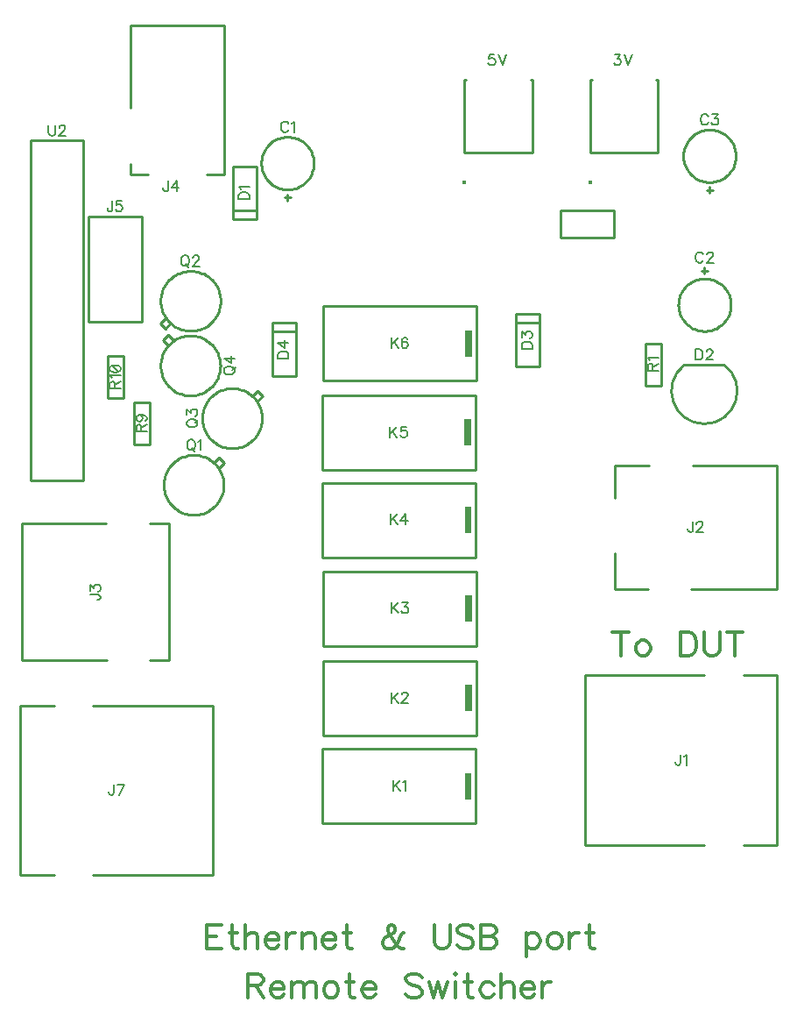
<source format=gbr>
G04 DipTrace 2.4.0.2*
%INTopSilk.gbr*%
%MOMM*%
%ADD10C,0.254*%
%ADD16C,0.356*%
%ADD32C,0.391*%
%ADD99C,0.157*%
%FSLAX53Y53*%
G04*
G71*
G90*
G75*
G01*
%LNTopSilk*%
%LPD*%
X55480Y85851D2*
D10*
X62080D1*
X55480Y92850D2*
Y85851D1*
Y92850D2*
X55680D1*
X62080D2*
Y85851D1*
Y92850D2*
X61880D1*
D32*
X55504Y82931D3*
X43330Y85851D2*
D10*
X49930D1*
X43330Y92850D2*
Y85851D1*
Y92850D2*
X43530D1*
X49930D2*
Y85851D1*
Y92850D2*
X49730D1*
D32*
X43354Y82931D3*
X26550Y81521D2*
D10*
X25950D1*
X26250Y81221D2*
Y81821D1*
X23710Y84821D2*
X23716Y84998D1*
X23735Y85174D1*
X23766Y85349D1*
X23808Y85521D1*
X23863Y85689D1*
X23930Y85853D1*
X24007Y86013D1*
X24096Y86166D1*
X24195Y86313D1*
X24304Y86453D1*
X24423Y86585D1*
X24550Y86708D1*
X24686Y86822D1*
X24830Y86926D1*
X24980Y87020D1*
X25137Y87103D1*
X25298Y87175D1*
X25465Y87236D1*
X25636Y87284D1*
X25809Y87321D1*
X25984Y87346D1*
X26161Y87358D1*
X26339D1*
X26516Y87346D1*
X26691Y87321D1*
X26864Y87284D1*
X27035Y87236D1*
X27202Y87175D1*
X27363Y87103D1*
X27520Y87020D1*
X27670Y86926D1*
X27814Y86822D1*
X27950Y86708D1*
X28077Y86585D1*
X28196Y86453D1*
X28305Y86313D1*
X28404Y86166D1*
X28493Y86013D1*
X28570Y85853D1*
X28637Y85689D1*
X28692Y85521D1*
X28734Y85349D1*
X28765Y85174D1*
X28784Y84998D1*
X28790Y84821D1*
X28784Y84644D1*
X28765Y84467D1*
X28734Y84293D1*
X28692Y84121D1*
X28637Y83952D1*
X28570Y83788D1*
X28493Y83629D1*
X28404Y83475D1*
X28305Y83328D1*
X28196Y83189D1*
X28077Y83057D1*
X27950Y82934D1*
X27814Y82820D1*
X27670Y82716D1*
X27520Y82622D1*
X27363Y82539D1*
X27202Y82467D1*
X27035Y82406D1*
X26864Y82357D1*
X26691Y82320D1*
X26516Y82296D1*
X26339Y82283D1*
X26161D1*
X25984Y82296D1*
X25809Y82320D1*
X25636Y82357D1*
X25465Y82406D1*
X25298Y82467D1*
X25137Y82539D1*
X24980Y82622D1*
X24830Y82716D1*
X24686Y82820D1*
X24550Y82934D1*
X24423Y83057D1*
X24304Y83189D1*
X24195Y83328D1*
X24096Y83475D1*
X24007Y83629D1*
X23930Y83788D1*
X23863Y83952D1*
X23808Y84121D1*
X23766Y84293D1*
X23735Y84467D1*
X23716Y84644D1*
X23710Y84821D1*
X66270Y74449D2*
X66870D1*
X66570Y74749D2*
Y74149D1*
X64030Y71149D2*
X64036Y71326D1*
X64055Y71503D1*
X64086Y71677D1*
X64128Y71849D1*
X64183Y72018D1*
X64250Y72182D1*
X64327Y72341D1*
X64416Y72495D1*
X64515Y72642D1*
X64624Y72781D1*
X64743Y72913D1*
X64870Y73036D1*
X65006Y73150D1*
X65150Y73254D1*
X65300Y73348D1*
X65457Y73431D1*
X65618Y73503D1*
X65785Y73564D1*
X65956Y73613D1*
X66129Y73650D1*
X66304Y73674D1*
X66481Y73687D1*
X66659D1*
X66836Y73674D1*
X67011Y73650D1*
X67184Y73613D1*
X67355Y73564D1*
X67522Y73503D1*
X67683Y73431D1*
X67840Y73348D1*
X67990Y73254D1*
X68134Y73150D1*
X68270Y73036D1*
X68397Y72913D1*
X68516Y72781D1*
X68625Y72642D1*
X68724Y72495D1*
X68813Y72341D1*
X68890Y72182D1*
X68957Y72018D1*
X69012Y71849D1*
X69054Y71677D1*
X69085Y71503D1*
X69104Y71326D1*
X69110Y71149D1*
X69104Y70972D1*
X69085Y70796D1*
X69054Y70621D1*
X69012Y70449D1*
X68957Y70281D1*
X68890Y70117D1*
X68813Y69957D1*
X68724Y69804D1*
X68625Y69657D1*
X68516Y69517D1*
X68397Y69385D1*
X68270Y69262D1*
X68134Y69148D1*
X67990Y69044D1*
X67840Y68950D1*
X67683Y68867D1*
X67522Y68795D1*
X67355Y68734D1*
X67184Y68686D1*
X67011Y68649D1*
X66836Y68624D1*
X66659Y68612D1*
X66481D1*
X66304Y68624D1*
X66129Y68649D1*
X65956Y68686D1*
X65785Y68734D1*
X65618Y68795D1*
X65457Y68867D1*
X65300Y68950D1*
X65150Y69044D1*
X65006Y69148D1*
X64870Y69262D1*
X64743Y69385D1*
X64624Y69517D1*
X64515Y69657D1*
X64416Y69804D1*
X64327Y69957D1*
X64250Y70117D1*
X64183Y70281D1*
X64128Y70449D1*
X64086Y70621D1*
X64055Y70796D1*
X64036Y70972D1*
X64030Y71149D1*
X67350Y82221D2*
X66750D1*
X67050Y81921D2*
Y82521D1*
X64510Y85521D2*
X64516Y85698D1*
X64535Y85874D1*
X64566Y86049D1*
X64608Y86221D1*
X64663Y86389D1*
X64730Y86553D1*
X64807Y86713D1*
X64896Y86866D1*
X64995Y87013D1*
X65104Y87153D1*
X65223Y87285D1*
X65350Y87408D1*
X65486Y87522D1*
X65630Y87626D1*
X65780Y87720D1*
X65937Y87803D1*
X66098Y87875D1*
X66265Y87936D1*
X66436Y87984D1*
X66609Y88021D1*
X66784Y88046D1*
X66961Y88058D1*
X67139D1*
X67316Y88046D1*
X67491Y88021D1*
X67664Y87984D1*
X67835Y87936D1*
X68002Y87875D1*
X68163Y87803D1*
X68320Y87720D1*
X68470Y87626D1*
X68614Y87522D1*
X68750Y87408D1*
X68877Y87285D1*
X68996Y87153D1*
X69105Y87013D1*
X69204Y86866D1*
X69293Y86713D1*
X69370Y86553D1*
X69437Y86389D1*
X69492Y86221D1*
X69534Y86049D1*
X69565Y85874D1*
X69584Y85698D1*
X69590Y85521D1*
X69584Y85344D1*
X69565Y85167D1*
X69534Y84993D1*
X69492Y84821D1*
X69437Y84652D1*
X69370Y84488D1*
X69293Y84329D1*
X69204Y84175D1*
X69105Y84028D1*
X68996Y83889D1*
X68877Y83757D1*
X68750Y83634D1*
X68614Y83520D1*
X68470Y83416D1*
X68320Y83322D1*
X68163Y83239D1*
X68002Y83167D1*
X67835Y83106D1*
X67664Y83057D1*
X67491Y83020D1*
X67316Y82996D1*
X67139Y82983D1*
X66961D1*
X66784Y82996D1*
X66609Y83020D1*
X66436Y83057D1*
X66265Y83106D1*
X66098Y83167D1*
X65937Y83239D1*
X65780Y83322D1*
X65630Y83416D1*
X65486Y83520D1*
X65350Y83634D1*
X65223Y83757D1*
X65104Y83889D1*
X64995Y84028D1*
X64896Y84175D1*
X64807Y84329D1*
X64730Y84488D1*
X64663Y84652D1*
X64608Y84821D1*
X64566Y84993D1*
X64535Y85167D1*
X64516Y85344D1*
X64510Y85521D1*
X23250Y79398D2*
X20950D1*
Y84502D1*
X23250Y80246D2*
X20950D1*
X23250Y84502D2*
X20950D1*
X23250Y79398D2*
Y84502D1*
X64647Y65360D2*
X68453D1*
X64639Y65354D2*
G03X68461Y65354I1911J-2535D01*
G01*
X48300Y70302D2*
X50600D1*
Y65198D1*
X48300Y69454D2*
X50600D1*
X48300Y65198D2*
X50600D1*
X48300Y70302D2*
Y65198D1*
X24750Y69402D2*
X27050D1*
Y64298D1*
X24750Y68554D2*
X27050D1*
X24750Y64298D2*
X27050D1*
X24750Y69402D2*
Y64298D1*
X73580Y18945D2*
X70331D1*
X60580D2*
X66531D1*
X60681D2*
X54980D1*
Y35345D1*
X60681D1*
X60580D2*
X66531D1*
X70331D2*
X73580D1*
Y18945D1*
X57890Y43650D2*
Y47150D1*
X73590Y43650D2*
X65291D1*
X61091D2*
X57890D1*
Y55650D2*
X61190D1*
X65390D2*
X73590D1*
Y43650D1*
X57890Y55650D2*
Y52450D1*
X14810Y49999D2*
Y36801D1*
X610D2*
X8811D1*
X12910D2*
X14810D1*
X610D2*
Y49999D1*
X8710D1*
X12910D2*
X14810D1*
X20100Y98150D2*
X11100D1*
Y90150D1*
X11050Y84749D2*
X11051Y83750D1*
X12800D1*
X18400D2*
X20100D1*
Y98150D1*
X12150Y79700D2*
X6990D1*
Y69480D1*
X12150D1*
Y79700D1*
X57800Y80250D2*
X52640D1*
Y77650D1*
X57800D1*
Y80250D1*
X420Y32455D2*
X3669D1*
X13420D2*
X7469D1*
X13319D2*
X19020D1*
Y16055D1*
X13319D1*
X13420D2*
X7469D1*
X3669D2*
X420D1*
Y32455D1*
X44450Y21060D2*
X29650D1*
Y28260D1*
X44450D1*
Y21060D1*
G36*
X44036Y25930D2*
X43401D1*
Y23390D1*
X44036D1*
Y25930D1*
G37*
X44500Y29560D2*
D10*
X29700D1*
Y36760D1*
X44500D1*
Y29560D1*
G36*
X44086Y34430D2*
X43451D1*
Y31890D1*
X44086D1*
Y34430D1*
G37*
X44500Y38210D2*
D10*
X29700D1*
Y45410D1*
X44500D1*
Y38210D1*
G36*
X44086Y43080D2*
X43451D1*
Y40540D1*
X44086D1*
Y43080D1*
G37*
X44450Y46760D2*
D10*
X29650D1*
Y53960D1*
X44450D1*
Y46760D1*
G36*
X44036Y51630D2*
X43401D1*
Y49090D1*
X44036D1*
Y51630D1*
G37*
X44400Y55210D2*
D10*
X29600D1*
Y62410D1*
X44400D1*
Y55210D1*
G36*
X43986Y60080D2*
X43351D1*
Y57540D1*
X43986D1*
Y60080D1*
G37*
X44500Y63810D2*
D10*
X29700D1*
Y71010D1*
X44500D1*
Y63810D1*
G36*
X44086Y68680D2*
X43451D1*
Y66140D1*
X44086D1*
Y68680D1*
G37*
X19130Y55907D2*
D10*
X19630Y56407D1*
Y55407D2*
X20130Y55907D1*
X19630Y56407D1*
X14281Y53752D2*
X14288Y53954D1*
X14309Y54155D1*
X14344Y54354D1*
X14393Y54550D1*
X14456Y54742D1*
X14531Y54929D1*
X14620Y55111D1*
X14721Y55286D1*
X14834Y55453D1*
X14958Y55613D1*
X15094Y55763D1*
X15239Y55903D1*
X15394Y56033D1*
X15557Y56152D1*
X15728Y56259D1*
X15907Y56354D1*
X16091Y56436D1*
X16281Y56505D1*
X16475Y56560D1*
X16673Y56602D1*
X16873Y56631D1*
X17075Y56645D1*
X17277D1*
X17478Y56631D1*
X17678Y56602D1*
X17876Y56560D1*
X18070Y56505D1*
X18260Y56436D1*
X18444Y56354D1*
X18623Y56259D1*
X18794Y56152D1*
X18958Y56033D1*
X19112Y55903D1*
X19258Y55763D1*
X19393Y55613D1*
X19517Y55453D1*
X19630Y55286D1*
X19731Y55111D1*
X19820Y54929D1*
X19895Y54742D1*
X19958Y54550D1*
X20007Y54354D1*
X20042Y54155D1*
X20063Y53954D1*
X20070Y53752D1*
X20063Y53550D1*
X20042Y53349D1*
X20007Y53150D1*
X19958Y52954D1*
X19895Y52762D1*
X19820Y52575D1*
X19731Y52393D1*
X19630Y52218D1*
X19517Y52051D1*
X19393Y51892D1*
X19258Y51742D1*
X19112Y51601D1*
X18958Y51471D1*
X18794Y51353D1*
X18623Y51246D1*
X18444Y51151D1*
X18260Y51069D1*
X18070Y50999D1*
X17876Y50944D1*
X17678Y50902D1*
X17478Y50874D1*
X17277Y50860D1*
X17075D1*
X16873Y50874D1*
X16673Y50902D1*
X16475Y50944D1*
X16281Y50999D1*
X16091Y51069D1*
X15907Y51151D1*
X15728Y51246D1*
X15557Y51353D1*
X15394Y51471D1*
X15239Y51601D1*
X15094Y51742D1*
X14958Y51892D1*
X14834Y52051D1*
X14721Y52218D1*
X14620Y52393D1*
X14531Y52575D1*
X14456Y52762D1*
X14393Y52954D1*
X14344Y53150D1*
X14309Y53349D1*
X14288Y53550D1*
X14281Y53752D1*
X14923Y69367D2*
X14423Y68867D1*
Y69867D2*
X13923Y69367D1*
X14423Y68867D1*
X13983Y71521D2*
X13990Y71723D1*
X14012Y71924D1*
X14047Y72123D1*
X14096Y72319D1*
X14158Y72511D1*
X14234Y72698D1*
X14322Y72880D1*
X14423Y73055D1*
X14536Y73222D1*
X14661Y73382D1*
X14796Y73532D1*
X14941Y73672D1*
X15096Y73802D1*
X15259Y73921D1*
X15431Y74028D1*
X15609Y74123D1*
X15794Y74205D1*
X15983Y74274D1*
X16178Y74330D1*
X16375Y74372D1*
X16575Y74400D1*
X16777Y74414D1*
X16979D1*
X17180Y74400D1*
X17380Y74372D1*
X17578Y74330D1*
X17772Y74274D1*
X17962Y74205D1*
X18147Y74123D1*
X18325Y74028D1*
X18496Y73921D1*
X18660Y73802D1*
X18815Y73672D1*
X18960Y73532D1*
X19095Y73382D1*
X19219Y73222D1*
X19332Y73055D1*
X19433Y72880D1*
X19522Y72698D1*
X19598Y72511D1*
X19660Y72319D1*
X19709Y72123D1*
X19744Y71924D1*
X19765Y71723D1*
X19772Y71521D1*
X19765Y71319D1*
X19744Y71118D1*
X19709Y70919D1*
X19660Y70723D1*
X19598Y70531D1*
X19522Y70344D1*
X19433Y70162D1*
X19332Y69987D1*
X19219Y69820D1*
X19095Y69661D1*
X18960Y69511D1*
X18815Y69370D1*
X18660Y69240D1*
X18496Y69122D1*
X18325Y69015D1*
X18147Y68920D1*
X17962Y68838D1*
X17772Y68769D1*
X17578Y68713D1*
X17380Y68671D1*
X17180Y68643D1*
X16979Y68629D1*
X16777D1*
X16575Y68643D1*
X16375Y68671D1*
X16178Y68713D1*
X15983Y68769D1*
X15794Y68838D1*
X15609Y68920D1*
X15431Y69015D1*
X15259Y69122D1*
X15096Y69240D1*
X14941Y69370D1*
X14796Y69511D1*
X14661Y69661D1*
X14536Y69820D1*
X14423Y69987D1*
X14322Y70162D1*
X14234Y70344D1*
X14158Y70531D1*
X14096Y70723D1*
X14047Y70919D1*
X14012Y71118D1*
X13990Y71319D1*
X13983Y71521D1*
X22847Y62347D2*
X23347Y62847D1*
Y61847D2*
X23847Y62347D1*
X23347Y62847D1*
X17998Y60192D2*
X18005Y60394D1*
X18026Y60595D1*
X18061Y60794D1*
X18110Y60990D1*
X18172Y61182D1*
X18248Y61369D1*
X18337Y61551D1*
X18438Y61726D1*
X18551Y61893D1*
X18675Y62053D1*
X18810Y62203D1*
X18955Y62343D1*
X19110Y62473D1*
X19274Y62592D1*
X19445Y62699D1*
X19623Y62794D1*
X19808Y62876D1*
X19998Y62945D1*
X20192Y63000D1*
X20390Y63042D1*
X20590Y63071D1*
X20791Y63085D1*
X20993D1*
X21195Y63071D1*
X21395Y63042D1*
X21592Y63000D1*
X21787Y62945D1*
X21976Y62876D1*
X22161Y62794D1*
X22339Y62699D1*
X22511Y62592D1*
X22674Y62473D1*
X22829Y62343D1*
X22974Y62203D1*
X23109Y62053D1*
X23234Y61893D1*
X23347Y61726D1*
X23448Y61551D1*
X23536Y61369D1*
X23612Y61182D1*
X23674Y60990D1*
X23723Y60794D1*
X23758Y60595D1*
X23780Y60394D1*
X23787Y60192D1*
X23780Y59990D1*
X23758Y59789D1*
X23723Y59590D1*
X23674Y59394D1*
X23612Y59202D1*
X23536Y59015D1*
X23448Y58833D1*
X23347Y58658D1*
X23234Y58491D1*
X23109Y58332D1*
X22974Y58182D1*
X22829Y58041D1*
X22674Y57911D1*
X22511Y57793D1*
X22339Y57686D1*
X22161Y57591D1*
X21976Y57509D1*
X21787Y57439D1*
X21592Y57384D1*
X21395Y57342D1*
X21195Y57314D1*
X20993Y57300D1*
X20791D1*
X20590Y57314D1*
X20390Y57342D1*
X20192Y57384D1*
X19998Y57439D1*
X19808Y57509D1*
X19623Y57591D1*
X19445Y57686D1*
X19274Y57793D1*
X19110Y57911D1*
X18955Y58041D1*
X18810Y58182D1*
X18675Y58332D1*
X18551Y58491D1*
X18438Y58658D1*
X18337Y58833D1*
X18248Y59015D1*
X18172Y59202D1*
X18110Y59394D1*
X18061Y59590D1*
X18026Y59789D1*
X18005Y59990D1*
X17998Y60192D1*
X14707Y67230D2*
X14207Y67730D1*
X15207D2*
X14707Y68230D1*
X14207Y67730D1*
X13967Y65276D2*
X13974Y65477D1*
X13995Y65678D1*
X14030Y65877D1*
X14079Y66073D1*
X14141Y66265D1*
X14217Y66453D1*
X14306Y66634D1*
X14407Y66809D1*
X14520Y66977D1*
X14644Y67136D1*
X14779Y67286D1*
X14925Y67426D1*
X15079Y67556D1*
X15243Y67675D1*
X15414Y67782D1*
X15592Y67877D1*
X15777Y67959D1*
X15967Y68028D1*
X16161Y68084D1*
X16359Y68126D1*
X16559Y68154D1*
X16760Y68168D1*
X16962D1*
X17164Y68154D1*
X17364Y68126D1*
X17561Y68084D1*
X17756Y68028D1*
X17945Y67959D1*
X18130Y67877D1*
X18308Y67782D1*
X18480Y67675D1*
X18643Y67556D1*
X18798Y67426D1*
X18943Y67286D1*
X19078Y67136D1*
X19203Y66977D1*
X19316Y66809D1*
X19417Y66634D1*
X19505Y66453D1*
X19581Y66265D1*
X19643Y66073D1*
X19692Y65877D1*
X19727Y65678D1*
X19748Y65477D1*
X19756Y65276D1*
X19748Y65074D1*
X19727Y64873D1*
X19692Y64674D1*
X19643Y64478D1*
X19581Y64286D1*
X19505Y64098D1*
X19417Y63917D1*
X19316Y63742D1*
X19203Y63574D1*
X19078Y63415D1*
X18943Y63265D1*
X18798Y63125D1*
X18643Y62995D1*
X18480Y62876D1*
X18308Y62769D1*
X18130Y62674D1*
X17945Y62592D1*
X17756Y62523D1*
X17561Y62467D1*
X17364Y62425D1*
X17164Y62397D1*
X16962Y62383D1*
X16760D1*
X16559Y62397D1*
X16359Y62425D1*
X16161Y62467D1*
X15967Y62523D1*
X15777Y62592D1*
X15592Y62674D1*
X15414Y62769D1*
X15243Y62876D1*
X15079Y62995D1*
X14925Y63125D1*
X14779Y63265D1*
X14644Y63415D1*
X14520Y63574D1*
X14407Y63742D1*
X14306Y63917D1*
X14217Y64098D1*
X14141Y64286D1*
X14079Y64478D1*
X14030Y64674D1*
X13995Y64873D1*
X13974Y65074D1*
X13967Y65276D1*
X62412Y67426D2*
X60888D1*
X62412Y63354D2*
Y67426D1*
Y63354D2*
X60888D1*
Y67426D1*
X11438Y57674D2*
X12962D1*
X11438Y61746D2*
Y57674D1*
Y61746D2*
X12962D1*
Y57674D1*
X10412Y66226D2*
X8888D1*
X10412Y62154D2*
Y66226D1*
Y62154D2*
X8888D1*
Y66226D1*
X1430Y87008D2*
X6510D1*
Y54200D1*
X1430D2*
X6510D1*
X1430Y87008D2*
Y54200D1*
X57906Y95312D2*
D99*
X58439D1*
X58148Y94923D1*
X58294D1*
X58391Y94875D1*
X58439Y94827D1*
X58489Y94681D1*
Y94584D1*
X58439Y94438D1*
X58343Y94340D1*
X58197Y94292D1*
X58051D1*
X57906Y94340D1*
X57858Y94390D1*
X57808Y94486D1*
X58802Y95313D2*
X59191Y94292D1*
X59580Y95313D1*
X46241Y95312D2*
X45756D1*
X45708Y94875D1*
X45756Y94923D1*
X45902Y94973D1*
X46047D1*
X46193Y94923D1*
X46290Y94827D1*
X46339Y94681D1*
Y94584D1*
X46290Y94438D1*
X46193Y94340D1*
X46047Y94292D1*
X45902D1*
X45756Y94340D1*
X45708Y94390D1*
X45658Y94486D1*
X46652Y95313D2*
X47041Y94292D1*
X47430Y95313D1*
X26336Y88605D2*
X26287Y88702D1*
X26190Y88799D1*
X26093Y88848D1*
X25899D1*
X25801Y88799D1*
X25705Y88702D1*
X25655Y88605D1*
X25607Y88459D1*
Y88215D1*
X25655Y88071D1*
X25705Y87973D1*
X25801Y87876D1*
X25899Y87827D1*
X26093D1*
X26190Y87876D1*
X26287Y87973D1*
X26336Y88071D1*
X26649Y88652D2*
X26747Y88702D1*
X26893Y88847D1*
Y87827D1*
X66437Y75994D2*
X66389Y76091D1*
X66291Y76189D1*
X66195Y76237D1*
X66000D1*
X65903Y76189D1*
X65806Y76091D1*
X65757Y75994D1*
X65708Y75848D1*
Y75605D1*
X65757Y75460D1*
X65806Y75362D1*
X65903Y75266D1*
X66000Y75216D1*
X66195D1*
X66291Y75266D1*
X66389Y75362D1*
X66437Y75460D1*
X66800Y75993D2*
Y76042D1*
X66849Y76139D1*
X66897Y76188D1*
X66995Y76236D1*
X67189D1*
X67286Y76188D1*
X67334Y76139D1*
X67383Y76042D1*
Y75945D1*
X67334Y75847D1*
X67237Y75702D1*
X66751Y75216D1*
X67432D1*
X66917Y89305D2*
X66869Y89402D1*
X66771Y89499D1*
X66675Y89548D1*
X66480D1*
X66383Y89499D1*
X66286Y89402D1*
X66237Y89305D1*
X66188Y89159D1*
Y88915D1*
X66237Y88771D1*
X66286Y88673D1*
X66383Y88576D1*
X66480Y88527D1*
X66675D1*
X66771Y88576D1*
X66869Y88673D1*
X66917Y88771D1*
X67329Y89547D2*
X67862D1*
X67571Y89158D1*
X67717D1*
X67814Y89110D1*
X67862Y89061D1*
X67912Y88915D1*
Y88819D1*
X67862Y88673D1*
X67766Y88575D1*
X67620Y88527D1*
X67474D1*
X67329Y88575D1*
X67280Y88625D1*
X67231Y88721D1*
X21528Y81331D2*
X22549D1*
Y81671D1*
X22500Y81817D1*
X22403Y81915D1*
X22306Y81963D1*
X22161Y82012D1*
X21917D1*
X21771Y81963D1*
X21674Y81915D1*
X21577Y81817D1*
X21528Y81671D1*
Y81331D1*
X21724Y82325D2*
X21674Y82423D1*
X21529Y82569D1*
X22549D1*
X65713Y66848D2*
Y65827D1*
X66053D1*
X66199Y65876D1*
X66297Y65973D1*
X66345Y66071D1*
X66393Y66215D1*
Y66459D1*
X66345Y66605D1*
X66297Y66702D1*
X66199Y66799D1*
X66053Y66848D1*
X65713D1*
X66756Y66604D2*
Y66652D1*
X66805Y66750D1*
X66853Y66798D1*
X66951Y66847D1*
X67145D1*
X67241Y66798D1*
X67290Y66750D1*
X67339Y66652D1*
Y66556D1*
X67290Y66458D1*
X67193Y66313D1*
X66707Y65827D1*
X67387D1*
X48878Y66913D2*
X49899D1*
Y67253D1*
X49850Y67399D1*
X49753Y67497D1*
X49656Y67545D1*
X49511Y67593D1*
X49267D1*
X49121Y67545D1*
X49024Y67497D1*
X48927Y67399D1*
X48878Y67253D1*
Y66913D1*
X48879Y68005D2*
Y68538D1*
X49268Y68247D1*
Y68393D1*
X49316Y68490D1*
X49365Y68538D1*
X49511Y68587D1*
X49607D1*
X49753Y68538D1*
X49851Y68441D1*
X49899Y68295D1*
Y68149D1*
X49851Y68005D1*
X49802Y67956D1*
X49705Y67907D1*
X25328Y65988D2*
X26349D1*
Y66329D1*
X26300Y66475D1*
X26203Y66572D1*
X26106Y66621D1*
X25961Y66669D1*
X25717D1*
X25571Y66621D1*
X25474Y66572D1*
X25377Y66475D1*
X25328Y66329D1*
Y65988D1*
X26349Y67469D2*
X25329D1*
X26009Y66983D1*
Y67712D1*
X64244Y27717D2*
Y26939D1*
X64196Y26793D1*
X64147Y26745D1*
X64050Y26696D1*
X63952D1*
X63856Y26745D1*
X63808Y26793D1*
X63758Y26939D1*
Y27036D1*
X64558Y27521D2*
X64656Y27571D1*
X64802Y27716D1*
Y26696D1*
X65441Y50222D2*
Y49444D1*
X65393Y49298D1*
X65343Y49250D1*
X65247Y49201D1*
X65149D1*
X65052Y49250D1*
X65004Y49298D1*
X64955Y49444D1*
Y49541D1*
X65804Y49978D2*
Y50026D1*
X65852Y50124D1*
X65901Y50172D1*
X65998Y50221D1*
X66193D1*
X66289Y50172D1*
X66338Y50124D1*
X66387Y50026D1*
Y49930D1*
X66338Y49832D1*
X66241Y49687D1*
X65755Y49201D1*
X66435D1*
X7138Y43146D2*
X7916D1*
X8062Y43098D1*
X8110Y43048D1*
X8159Y42952D1*
Y42854D1*
X8110Y42757D1*
X8062Y42709D1*
X7916Y42660D1*
X7819D1*
X7139Y43557D2*
Y44091D1*
X7528Y43800D1*
Y43946D1*
X7576Y44043D1*
X7625Y44091D1*
X7771Y44140D1*
X7867D1*
X8013Y44091D1*
X8111Y43994D1*
X8159Y43848D1*
Y43702D1*
X8111Y43557D1*
X8062Y43509D1*
X7965Y43460D1*
X14722Y83105D2*
Y82328D1*
X14674Y82182D1*
X14624Y82134D1*
X14528Y82085D1*
X14430D1*
X14333Y82134D1*
X14285Y82182D1*
X14236Y82328D1*
Y82425D1*
X15522Y82085D2*
Y83104D1*
X15036Y82425D1*
X15764D1*
X9316Y81188D2*
Y80411D1*
X9268Y80265D1*
X9218Y80216D1*
X9122Y80167D1*
X9024D1*
X8927Y80216D1*
X8879Y80265D1*
X8830Y80411D1*
Y80507D1*
X10213Y81187D2*
X9727D1*
X9679Y80750D1*
X9727Y80798D1*
X9873Y80848D1*
X10018D1*
X10164Y80798D1*
X10262Y80702D1*
X10310Y80556D1*
Y80459D1*
X10262Y80313D1*
X10164Y80215D1*
X10018Y80167D1*
X9873D1*
X9727Y80215D1*
X9679Y80265D1*
X9630Y80361D1*
X9466Y24827D2*
Y24049D1*
X9418Y23903D1*
X9368Y23855D1*
X9272Y23806D1*
X9174D1*
X9077Y23855D1*
X9029Y23903D1*
X8980Y24049D1*
Y24146D1*
X9974Y23806D2*
X10460Y24826D1*
X9780D1*
X36431Y25232D2*
Y24211D1*
X37112Y25232D2*
X36431Y24551D1*
X36674Y24795D2*
X37112Y24211D1*
X37425Y25036D2*
X37523Y25086D1*
X37669Y25231D1*
Y24211D1*
X36263Y33732D2*
Y32711D1*
X36943Y33732D2*
X36263Y33051D1*
X36505Y33295D2*
X36943Y32711D1*
X37306Y33488D2*
Y33536D1*
X37355Y33634D1*
X37403Y33682D1*
X37501Y33731D1*
X37695D1*
X37791Y33682D1*
X37840Y33634D1*
X37889Y33536D1*
Y33440D1*
X37840Y33342D1*
X37743Y33197D1*
X37257Y32711D1*
X37937D1*
X36263Y42382D2*
Y41361D1*
X36943Y42382D2*
X36263Y41701D1*
X36505Y41945D2*
X36943Y41361D1*
X37355Y42381D2*
X37888D1*
X37597Y41992D1*
X37743D1*
X37840Y41944D1*
X37888Y41895D1*
X37937Y41749D1*
Y41653D1*
X37888Y41507D1*
X37791Y41409D1*
X37645Y41361D1*
X37499D1*
X37355Y41409D1*
X37306Y41458D1*
X37257Y41555D1*
X36188Y50932D2*
Y49911D1*
X36869Y50932D2*
X36188Y50251D1*
X36431Y50495D2*
X36869Y49911D1*
X37669D2*
Y50931D1*
X37183Y50251D1*
X37912D1*
X36163Y59382D2*
Y58361D1*
X36843Y59382D2*
X36163Y58701D1*
X36405Y58945D2*
X36843Y58361D1*
X37740Y59381D2*
X37255D1*
X37206Y58944D1*
X37255Y58992D1*
X37401Y59041D1*
X37545D1*
X37691Y58992D1*
X37789Y58895D1*
X37837Y58749D1*
Y58653D1*
X37789Y58507D1*
X37691Y58409D1*
X37545Y58361D1*
X37401D1*
X37255Y58409D1*
X37206Y58458D1*
X37157Y58555D1*
X36287Y67982D2*
Y66961D1*
X36968Y67982D2*
X36287Y67301D1*
X36530Y67545D2*
X36968Y66961D1*
X37864Y67836D2*
X37816Y67932D1*
X37670Y67981D1*
X37574D1*
X37428Y67932D1*
X37330Y67786D1*
X37282Y67544D1*
Y67301D1*
X37330Y67107D1*
X37428Y67009D1*
X37574Y66961D1*
X37622D1*
X37767Y67009D1*
X37864Y67107D1*
X37913Y67253D1*
Y67301D1*
X37864Y67447D1*
X37767Y67544D1*
X37622Y67592D1*
X37574D1*
X37428Y67544D1*
X37330Y67447D1*
X37282Y67301D1*
X16830Y58134D2*
X16733Y58087D1*
X16636Y57989D1*
X16587Y57892D1*
X16538Y57746D1*
Y57503D1*
X16587Y57357D1*
X16636Y57261D1*
X16733Y57163D1*
X16830Y57115D1*
X17024D1*
X17122Y57163D1*
X17218Y57261D1*
X17267Y57357D1*
X17316Y57503D1*
Y57746D1*
X17267Y57892D1*
X17218Y57989D1*
X17122Y58087D1*
X17024Y58134D1*
X16830D1*
X16976Y57309D2*
X17267Y57017D1*
X17630Y57939D2*
X17728Y57988D1*
X17874Y58133D1*
Y57113D1*
X16253Y75903D2*
X16157Y75856D1*
X16059Y75759D1*
X16011Y75661D1*
X15961Y75515D1*
Y75272D1*
X16011Y75126D1*
X16059Y75030D1*
X16157Y74932D1*
X16253Y74884D1*
X16448D1*
X16545Y74932D1*
X16642Y75030D1*
X16690Y75126D1*
X16740Y75272D1*
Y75515D1*
X16690Y75661D1*
X16642Y75759D1*
X16545Y75856D1*
X16448Y75903D1*
X16253D1*
X16399Y75078D2*
X16690Y74786D1*
X17103Y75660D2*
Y75708D1*
X17151Y75806D1*
X17199Y75854D1*
X17297Y75902D1*
X17491D1*
X17588Y75854D1*
X17636Y75806D1*
X17686Y75708D1*
Y75611D1*
X17636Y75514D1*
X17540Y75369D1*
X17053Y74883D1*
X17734D1*
X16510Y59598D2*
X16557Y59501D1*
X16655Y59404D1*
X16753Y59355D1*
X16899Y59306D1*
X17141D1*
X17287Y59355D1*
X17384Y59404D1*
X17481Y59501D1*
X17530Y59598D1*
Y59792D1*
X17481Y59890D1*
X17384Y59986D1*
X17287Y60035D1*
X17141Y60084D1*
X16899D1*
X16753Y60035D1*
X16655Y59986D1*
X16557Y59890D1*
X16510Y59792D1*
Y59598D1*
X17335Y59744D2*
X17627Y60035D1*
X16511Y60496D2*
Y61029D1*
X16900Y60738D1*
Y60884D1*
X16948Y60981D1*
X16996Y61029D1*
X17142Y61078D1*
X17239D1*
X17385Y61029D1*
X17483Y60932D1*
X17531Y60786D1*
Y60640D1*
X17483Y60496D1*
X17433Y60447D1*
X17337Y60398D1*
X20100Y64687D2*
X20147Y64591D1*
X20245Y64493D1*
X20343Y64445D1*
X20489Y64395D1*
X20731D1*
X20877Y64445D1*
X20974Y64493D1*
X21072Y64591D1*
X21120Y64687D1*
Y64882D1*
X21072Y64979D1*
X20974Y65076D1*
X20877Y65124D1*
X20731Y65174D1*
X20489D1*
X20343Y65124D1*
X20245Y65076D1*
X20147Y64979D1*
X20100Y64882D1*
Y64687D1*
X20926Y64833D2*
X21218Y65124D1*
X21121Y65974D2*
X20101D1*
X20781Y65487D1*
Y66216D1*
X61565Y64771D2*
Y65208D1*
X61515Y65354D1*
X61467Y65403D1*
X61370Y65452D1*
X61273D1*
X61176Y65403D1*
X61127Y65354D1*
X61078Y65208D1*
Y64771D1*
X62099D1*
X61565Y65111D2*
X62099Y65452D1*
X61274Y65765D2*
X61224Y65863D1*
X61079Y66009D1*
X62099D1*
X12115Y58897D2*
Y59334D1*
X12065Y59480D1*
X12017Y59529D1*
X11920Y59577D1*
X11823D1*
X11726Y59529D1*
X11677Y59480D1*
X11628Y59334D1*
Y58897D1*
X12649D1*
X12115Y59237D2*
X12649Y59577D1*
X11969Y60523D2*
X12115Y60474D1*
X12212Y60377D1*
X12261Y60231D1*
Y60183D1*
X12212Y60037D1*
X12115Y59940D1*
X11969Y59891D1*
X11920D1*
X11774Y59940D1*
X11678Y60037D1*
X11629Y60183D1*
Y60231D1*
X11678Y60377D1*
X11774Y60474D1*
X11969Y60523D1*
X12212D1*
X12455Y60474D1*
X12601Y60377D1*
X12649Y60231D1*
Y60135D1*
X12601Y59989D1*
X12503Y59940D1*
X9565Y63074D2*
Y63511D1*
X9515Y63657D1*
X9467Y63706D1*
X9370Y63754D1*
X9273D1*
X9176Y63706D1*
X9127Y63657D1*
X9078Y63511D1*
Y63074D1*
X10099D1*
X9565Y63414D2*
X10099Y63754D1*
X9274Y64068D2*
X9224Y64166D1*
X9079Y64312D1*
X10099D1*
X9079Y64918D2*
X9128Y64772D1*
X9274Y64674D1*
X9516Y64626D1*
X9662D1*
X9905Y64674D1*
X10051Y64772D1*
X10099Y64918D1*
Y65014D1*
X10051Y65160D1*
X9905Y65257D1*
X9662Y65306D1*
X9516D1*
X9274Y65257D1*
X9128Y65160D1*
X9079Y65014D1*
Y64918D1*
X9274Y65257D2*
X9905Y64674D1*
X3133Y88496D2*
Y87767D1*
X3181Y87621D1*
X3279Y87525D1*
X3425Y87475D1*
X3521D1*
X3667Y87525D1*
X3765Y87621D1*
X3813Y87767D1*
Y88496D1*
X4176Y88252D2*
Y88301D1*
X4225Y88398D1*
X4273Y88447D1*
X4371Y88495D1*
X4565D1*
X4661Y88447D1*
X4710Y88398D1*
X4759Y88301D1*
Y88204D1*
X4710Y88106D1*
X4613Y87961D1*
X4127Y87475D1*
X4807D1*
X22380Y5427D2*
D16*
X23363D1*
X23692Y5538D1*
X23803Y5646D1*
X23912Y5864D1*
Y6084D1*
X23803Y6301D1*
X23692Y6412D1*
X23363Y6521D1*
X22380D1*
Y4224D1*
X23146Y5427D2*
X23912Y4224D1*
X24618Y5098D2*
X25929D1*
Y5318D1*
X25820Y5538D1*
X25712Y5646D1*
X25492Y5755D1*
X25163D1*
X24946Y5646D1*
X24726Y5427D1*
X24618Y5098D1*
Y4881D1*
X24726Y4552D1*
X24946Y4335D1*
X25163Y4224D1*
X25492D1*
X25712Y4335D1*
X25929Y4552D1*
X26635Y5755D2*
Y4224D1*
Y5318D2*
X26963Y5646D1*
X27183Y5755D1*
X27509D1*
X27729Y5646D1*
X27838Y5318D1*
Y4224D1*
Y5318D2*
X28166Y5646D1*
X28386Y5755D1*
X28712D1*
X28932Y5646D1*
X29043Y5318D1*
Y4224D1*
X30295Y5755D2*
X30077Y5646D1*
X29858Y5427D1*
X29749Y5098D1*
Y4881D1*
X29858Y4552D1*
X30077Y4335D1*
X30295Y4224D1*
X30623D1*
X30843Y4335D1*
X31060Y4552D1*
X31172Y4881D1*
Y5098D1*
X31060Y5427D1*
X30843Y5646D1*
X30623Y5755D1*
X30295D1*
X32206Y6521D2*
Y4661D1*
X32315Y4335D1*
X32535Y4224D1*
X32752D1*
X31878Y5755D2*
X32643D1*
X33458Y5098D2*
X34769D1*
Y5318D1*
X34661Y5538D1*
X34552Y5646D1*
X34332Y5755D1*
X34004D1*
X33786Y5646D1*
X33566Y5427D1*
X33458Y5098D1*
Y4881D1*
X33566Y4552D1*
X33786Y4335D1*
X34004Y4224D1*
X34332D1*
X34552Y4335D1*
X34769Y4552D1*
X39228Y6192D2*
X39011Y6412D1*
X38683Y6521D1*
X38245D1*
X37917Y6412D1*
X37697Y6192D1*
Y5975D1*
X37808Y5755D1*
X37917Y5646D1*
X38134Y5538D1*
X38791Y5318D1*
X39011Y5209D1*
X39120Y5098D1*
X39228Y4881D1*
Y4552D1*
X39011Y4335D1*
X38683Y4224D1*
X38245D1*
X37917Y4335D1*
X37697Y4552D1*
X39934Y5755D2*
X40371Y4224D1*
X40809Y5755D1*
X41246Y4224D1*
X41683Y5755D1*
X42389Y6521D2*
X42497Y6412D1*
X42609Y6521D1*
X42497Y6632D1*
X42389Y6521D1*
X42497Y5755D2*
Y4224D1*
X43643Y6521D2*
Y4661D1*
X43752Y4335D1*
X43972Y4224D1*
X44189D1*
X43315Y5755D2*
X44080D1*
X46209Y5427D2*
X45989Y5646D1*
X45769Y5755D1*
X45443D1*
X45223Y5646D1*
X45006Y5427D1*
X44895Y5098D1*
Y4881D1*
X45006Y4552D1*
X45223Y4335D1*
X45443Y4224D1*
X45769D1*
X45989Y4335D1*
X46209Y4552D1*
X46915Y6521D2*
Y4224D1*
Y5318D2*
X47243Y5646D1*
X47463Y5755D1*
X47791D1*
X48009Y5646D1*
X48117Y5318D1*
Y4224D1*
X48823Y5098D2*
X50135D1*
Y5318D1*
X50026Y5538D1*
X49917Y5646D1*
X49698Y5755D1*
X49369D1*
X49152Y5646D1*
X48932Y5427D1*
X48823Y5098D1*
Y4881D1*
X48932Y4552D1*
X49152Y4335D1*
X49369Y4224D1*
X49698D1*
X49917Y4335D1*
X50135Y4552D1*
X50841Y5755D2*
Y4224D1*
Y5098D2*
X50952Y5427D1*
X51169Y5646D1*
X51389Y5755D1*
X51718D1*
X19901Y11271D2*
X18480D1*
Y8974D1*
X19901D1*
X18480Y10177D2*
X19355D1*
X20935Y11271D2*
Y9411D1*
X21044Y9085D1*
X21263Y8974D1*
X21481D1*
X20606Y10505D2*
X21372D1*
X22187Y11271D2*
Y8974D1*
Y10068D2*
X22515Y10396D1*
X22735Y10505D1*
X23063D1*
X23281Y10396D1*
X23389Y10068D1*
Y8974D1*
X24095Y9848D2*
X25407D1*
Y10068D1*
X25298Y10288D1*
X25189Y10396D1*
X24970Y10505D1*
X24641D1*
X24424Y10396D1*
X24204Y10177D1*
X24095Y9848D1*
Y9631D1*
X24204Y9302D1*
X24424Y9085D1*
X24641Y8974D1*
X24970D1*
X25189Y9085D1*
X25407Y9302D1*
X26113Y10505D2*
Y8974D1*
Y9848D2*
X26224Y10177D1*
X26441Y10396D1*
X26661Y10505D1*
X26990D1*
X27695D2*
Y8974D1*
Y10068D2*
X28024Y10396D1*
X28244Y10505D1*
X28570D1*
X28790Y10396D1*
X28898Y10068D1*
Y8974D1*
X29604Y9848D2*
X30916D1*
Y10068D1*
X30807Y10288D1*
X30698Y10396D1*
X30478Y10505D1*
X30150D1*
X29933Y10396D1*
X29713Y10177D1*
X29604Y9848D1*
Y9631D1*
X29713Y9302D1*
X29933Y9085D1*
X30150Y8974D1*
X30478D1*
X30698Y9085D1*
X30916Y9302D1*
X31950Y11271D2*
Y9411D1*
X32059Y9085D1*
X32278Y8974D1*
X32496D1*
X31621Y10505D2*
X32387D1*
X37501D2*
X37390D1*
X37281Y10394D1*
X37172Y10177D1*
X36952Y9631D1*
X36735Y9302D1*
X36518Y9082D1*
X36298Y8974D1*
X35861D1*
X35644Y9082D1*
X35532Y9194D1*
X35424Y9411D1*
Y9631D1*
X35532Y9848D1*
X35644Y9957D1*
X36407Y10394D1*
X36518Y10505D1*
X36626Y10722D1*
Y10942D1*
X36518Y11160D1*
X36298Y11268D1*
X36081Y11160D1*
X35969Y10942D1*
Y10722D1*
X36081Y10394D1*
X36298Y10068D1*
X36844Y9302D1*
X37064Y9082D1*
X37281Y8974D1*
X37501D1*
X40429Y11271D2*
Y9631D1*
X40537Y9302D1*
X40757Y9085D1*
X41086Y8974D1*
X41303D1*
X41632Y9085D1*
X41851Y9302D1*
X41960Y9631D1*
Y11271D1*
X44197Y10942D2*
X43980Y11162D1*
X43651Y11271D1*
X43214D1*
X42886Y11162D1*
X42666Y10942D1*
Y10725D1*
X42777Y10505D1*
X42886Y10396D1*
X43103Y10288D1*
X43760Y10068D1*
X43980Y9959D1*
X44089Y9848D1*
X44197Y9631D1*
Y9302D1*
X43980Y9085D1*
X43651Y8974D1*
X43214D1*
X42886Y9085D1*
X42666Y9302D1*
X44903Y11271D2*
Y8974D1*
X45889D1*
X46217Y9085D1*
X46326Y9194D1*
X46434Y9411D1*
Y9739D1*
X46326Y9959D1*
X46217Y10068D1*
X45889Y10177D1*
X46217Y10288D1*
X46326Y10396D1*
X46434Y10614D1*
Y10834D1*
X46326Y11051D1*
X46217Y11162D1*
X45889Y11271D1*
X44903D1*
Y10177D2*
X45889D1*
X49362Y10505D2*
Y8208D1*
Y10177D2*
X49582Y10394D1*
X49800Y10505D1*
X50128D1*
X50348Y10394D1*
X50565Y10177D1*
X50676Y9848D1*
Y9628D1*
X50565Y9302D1*
X50348Y9082D1*
X50128Y8974D1*
X49800D1*
X49582Y9082D1*
X49362Y9302D1*
X51928Y10505D2*
X51711Y10396D1*
X51491Y10177D1*
X51382Y9848D1*
Y9631D1*
X51491Y9302D1*
X51711Y9085D1*
X51928Y8974D1*
X52257D1*
X52476Y9085D1*
X52694Y9302D1*
X52805Y9631D1*
Y9848D1*
X52694Y10177D1*
X52476Y10396D1*
X52257Y10505D1*
X51928D1*
X53511D2*
Y8974D1*
Y9848D2*
X53622Y10177D1*
X53839Y10396D1*
X54059Y10505D1*
X54388D1*
X55422Y11271D2*
Y9411D1*
X55531Y9085D1*
X55751Y8974D1*
X55968D1*
X55094Y10505D2*
X55859D1*
X58446Y39521D2*
Y37224D1*
X57680Y39521D2*
X59212D1*
X60463Y38755D2*
X60246Y38646D1*
X60026Y38427D1*
X59918Y38098D1*
Y37881D1*
X60026Y37552D1*
X60246Y37335D1*
X60463Y37224D1*
X60792D1*
X61012Y37335D1*
X61229Y37552D1*
X61340Y37881D1*
Y38098D1*
X61229Y38427D1*
X61012Y38646D1*
X60792Y38755D1*
X60463D1*
X64268Y39521D2*
Y37224D1*
X65034D1*
X65362Y37335D1*
X65582Y37552D1*
X65691Y37772D1*
X65799Y38098D1*
Y38646D1*
X65691Y38975D1*
X65582Y39192D1*
X65362Y39412D1*
X65034Y39521D1*
X64268D1*
X66505D2*
Y37881D1*
X66614Y37552D1*
X66834Y37335D1*
X67162Y37224D1*
X67380D1*
X67708Y37335D1*
X67928Y37552D1*
X68037Y37881D1*
Y39521D1*
X69508D2*
Y37224D1*
X68743Y39521D2*
X70274D1*
M02*

</source>
